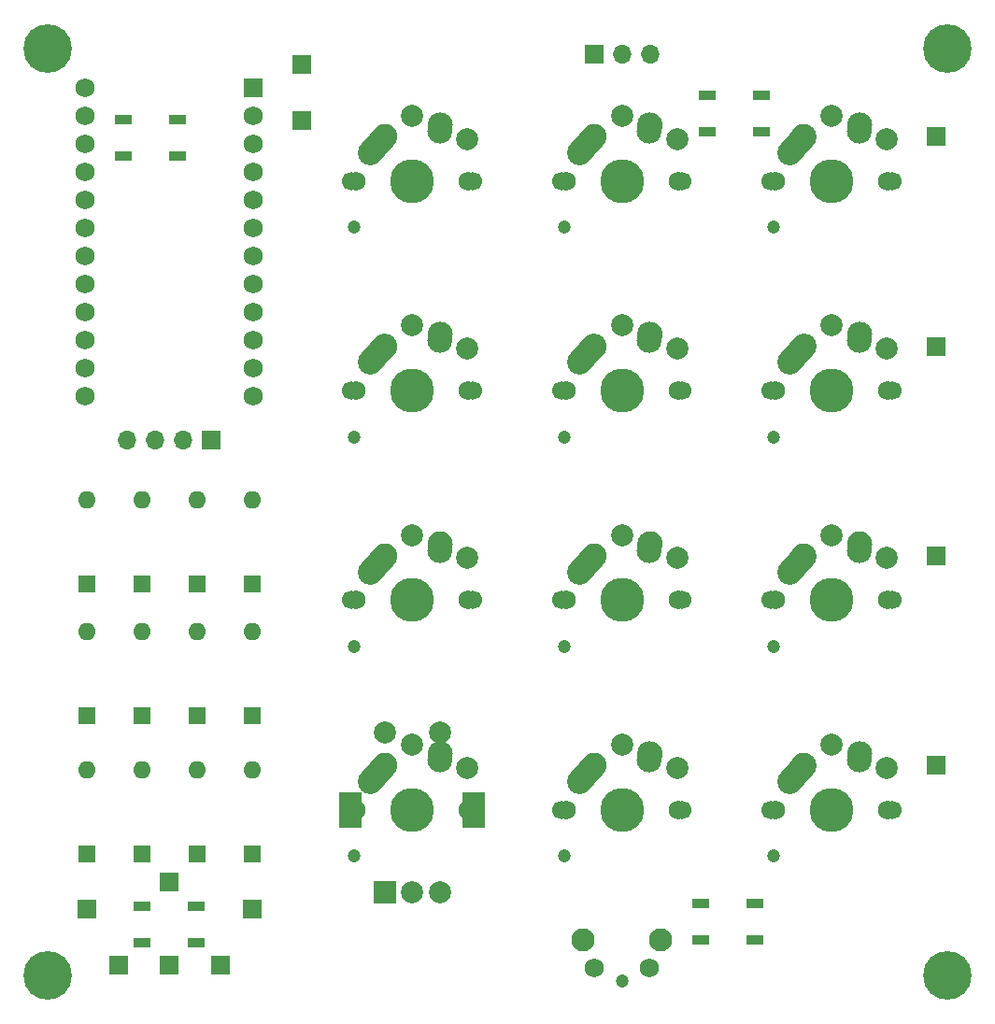
<source format=gbr>
%TF.GenerationSoftware,KiCad,Pcbnew,(6.0.9-0)*%
%TF.CreationDate,2022-12-20T14:07:05+00:00*%
%TF.ProjectId,fauxmac-plus,66617578-6d61-4632-9d70-6c75732e6b69,rev?*%
%TF.SameCoordinates,Original*%
%TF.FileFunction,Soldermask,Bot*%
%TF.FilePolarity,Negative*%
%FSLAX46Y46*%
G04 Gerber Fmt 4.6, Leading zero omitted, Abs format (unit mm)*
G04 Created by KiCad (PCBNEW (6.0.9-0)) date 2022-12-20 14:07:05*
%MOMM*%
%LPD*%
G01*
G04 APERTURE LIST*
G04 Aperture macros list*
%AMHorizOval*
0 Thick line with rounded ends*
0 $1 width*
0 $2 $3 position (X,Y) of the first rounded end (center of the circle)*
0 $4 $5 position (X,Y) of the second rounded end (center of the circle)*
0 Add line between two ends*
20,1,$1,$2,$3,$4,$5,0*
0 Add two circle primitives to create the rounded ends*
1,1,$1,$2,$3*
1,1,$1,$4,$5*%
G04 Aperture macros list end*
%ADD10R,1.700000X1.700000*%
%ADD11O,1.700000X1.700000*%
%ADD12R,2.000000X3.200000*%
%ADD13R,2.000000X2.000000*%
%ADD14C,2.000000*%
%ADD15C,1.200000*%
%ADD16C,2.100000*%
%ADD17C,1.750000*%
%ADD18R,1.752600X1.752600*%
%ADD19C,1.752600*%
%ADD20R,1.500000X0.900000*%
%ADD21R,1.600000X1.600000*%
%ADD22O,1.600000X1.600000*%
%ADD23C,3.987800*%
%ADD24C,1.700000*%
%ADD25C,2.250000*%
%ADD26HorizOval,2.250000X0.019771X0.290016X-0.019771X-0.290016X0*%
%ADD27HorizOval,2.250000X0.654995X0.730004X-0.654995X-0.730004X0*%
%ADD28C,0.700000*%
%ADD29C,4.400000*%
G04 APERTURE END LIST*
D10*
%TO.C,on/off*%
X176000000Y-29000000D03*
D11*
X178540000Y-29000000D03*
X181080000Y-29000000D03*
%TD*%
D10*
%TO.C,batt+*%
X149500000Y-30000000D03*
%TD*%
%TO.C,batt-*%
X149500000Y-35000000D03*
%TD*%
%TO.C,row3*%
X207000000Y-93500000D03*
%TD*%
%TO.C,row2*%
X207000000Y-74500000D03*
%TD*%
%TO.C,row1*%
X207000000Y-55500000D03*
%TD*%
D12*
%TO.C,enc1*%
X153900000Y-97500000D03*
X165100000Y-97500000D03*
D13*
X157000000Y-105000000D03*
D14*
X162000000Y-105000000D03*
X159500000Y-105000000D03*
X162000000Y-90500000D03*
X157000000Y-90500000D03*
%TD*%
D15*
%TO.C,reset*%
X178500000Y-113000000D03*
D16*
X174990000Y-109300000D03*
X182000000Y-109300000D03*
D17*
X181000000Y-111790000D03*
X176000000Y-111790000D03*
%TD*%
D10*
%TO.C,gnd*%
X142100000Y-111600000D03*
%TD*%
%TO.C,dout*%
X137500000Y-111600000D03*
%TD*%
%TO.C,vcc*%
X132900000Y-111600000D03*
%TD*%
%TO.C,col0*%
X130000000Y-106500000D03*
%TD*%
%TO.C,col1*%
X137500000Y-104000000D03*
%TD*%
%TO.C,col2*%
X145000000Y-106500000D03*
%TD*%
%TO.C,J1*%
X141300000Y-64000000D03*
D11*
X138760000Y-64000000D03*
X136220000Y-64000000D03*
X133680000Y-64000000D03*
%TD*%
D10*
%TO.C,row0*%
X207000000Y-36500000D03*
%TD*%
D18*
%TO.C,U1*%
X145120000Y-32054000D03*
D19*
X145120000Y-34594000D03*
X145120000Y-37134000D03*
X145120000Y-39674000D03*
X145120000Y-42214000D03*
X145120000Y-44754000D03*
X145120000Y-47294000D03*
X145120000Y-49834000D03*
X145120000Y-52374000D03*
X145120000Y-54914000D03*
X145120000Y-57454000D03*
X145120000Y-59994000D03*
X129880000Y-32054000D03*
X129880000Y-34594000D03*
X129880000Y-37134000D03*
X129880000Y-39674000D03*
X129880000Y-42214000D03*
X129880000Y-44754000D03*
X129880000Y-47294000D03*
X129880000Y-49834000D03*
X129880000Y-52374000D03*
X129880000Y-54914000D03*
X129880000Y-57454000D03*
X129880000Y-59994000D03*
%TD*%
D20*
%TO.C,rgb1*%
X133350000Y-38250000D03*
X133350000Y-34950000D03*
X138250000Y-34950000D03*
X138250000Y-38250000D03*
%TD*%
D21*
%TO.C,D2*%
X135000000Y-77000000D03*
D22*
X135000000Y-69380000D03*
%TD*%
D21*
%TO.C,D4*%
X145000000Y-77000000D03*
D22*
X145000000Y-69380000D03*
%TD*%
D21*
%TO.C,D11*%
X140000000Y-101500000D03*
D22*
X140000000Y-93880000D03*
%TD*%
D21*
%TO.C,D7*%
X140000000Y-89000000D03*
D22*
X140000000Y-81380000D03*
%TD*%
D21*
%TO.C,D9*%
X130000000Y-101500000D03*
D22*
X130000000Y-93880000D03*
%TD*%
D21*
%TO.C,D10*%
X135000000Y-101500000D03*
D22*
X135000000Y-93880000D03*
%TD*%
D21*
%TO.C,D1*%
X130000000Y-77000000D03*
D22*
X130000000Y-69380000D03*
%TD*%
D21*
%TO.C,D3*%
X140000000Y-77000000D03*
D22*
X140000000Y-69380000D03*
%TD*%
D21*
%TO.C,D12*%
X145000000Y-101500000D03*
D22*
X145000000Y-93880000D03*
%TD*%
D21*
%TO.C,D8*%
X145000000Y-89000000D03*
D22*
X145000000Y-81380000D03*
%TD*%
D21*
%TO.C,D5*%
X130000000Y-89000000D03*
D22*
X130000000Y-81380000D03*
%TD*%
D21*
%TO.C,D6*%
X135000000Y-89000000D03*
D22*
X135000000Y-81380000D03*
%TD*%
D20*
%TO.C,rgb4*%
X135050000Y-109550000D03*
X135050000Y-106250000D03*
X139950000Y-106250000D03*
X139950000Y-109550000D03*
%TD*%
%TO.C,rgb3*%
X185650000Y-109250000D03*
X185650000Y-105950000D03*
X190550000Y-105950000D03*
X190550000Y-109250000D03*
%TD*%
D23*
%TO.C,K4*%
X159500000Y-59500000D03*
D17*
X164580000Y-59500000D03*
D24*
X154000000Y-59500000D03*
X165000000Y-59500000D03*
D17*
X154420000Y-59500000D03*
D15*
X154280000Y-63700000D03*
D25*
X162040000Y-54420000D03*
D14*
X164500000Y-55700000D03*
D26*
X162019771Y-54709984D03*
D25*
X157000000Y-55500000D03*
D14*
X159500000Y-53600000D03*
D27*
X156344995Y-56229996D03*
%TD*%
D17*
%TO.C,K5*%
X173420000Y-59500000D03*
D23*
X178500000Y-59500000D03*
D15*
X173280000Y-63700000D03*
D17*
X183580000Y-59500000D03*
D24*
X184000000Y-59500000D03*
X173000000Y-59500000D03*
D25*
X181040000Y-54420000D03*
D14*
X183500000Y-55700000D03*
D26*
X181019771Y-54709984D03*
D14*
X178500000Y-53600000D03*
D25*
X176000000Y-55500000D03*
D27*
X175344995Y-56229996D03*
%TD*%
D17*
%TO.C,K7*%
X164580000Y-78500000D03*
D23*
X159500000Y-78500000D03*
D24*
X154000000Y-78500000D03*
D15*
X154280000Y-82700000D03*
D17*
X154420000Y-78500000D03*
D24*
X165000000Y-78500000D03*
D26*
X162019771Y-73709984D03*
D25*
X162040000Y-73420000D03*
D14*
X164500000Y-74700000D03*
D25*
X157000000Y-74500000D03*
D14*
X159500000Y-72600000D03*
D27*
X156344995Y-75229996D03*
%TD*%
D15*
%TO.C,K8*%
X173280000Y-82700000D03*
D24*
X173000000Y-78500000D03*
X184000000Y-78500000D03*
D17*
X183580000Y-78500000D03*
X173420000Y-78500000D03*
D23*
X178500000Y-78500000D03*
D26*
X181019771Y-73709984D03*
D14*
X183500000Y-74700000D03*
D25*
X181040000Y-73420000D03*
X176000000Y-74500000D03*
D14*
X178500000Y-72600000D03*
D27*
X175344995Y-75229996D03*
%TD*%
D17*
%TO.C,K2*%
X183580000Y-40500000D03*
D24*
X173000000Y-40500000D03*
D23*
X178500000Y-40500000D03*
D15*
X173280000Y-44700000D03*
D17*
X173420000Y-40500000D03*
D24*
X184000000Y-40500000D03*
D26*
X181019771Y-35709984D03*
D14*
X183500000Y-36700000D03*
D25*
X181040000Y-35420000D03*
X176000000Y-36500000D03*
D14*
X178500000Y-34600000D03*
D27*
X175344995Y-37229996D03*
%TD*%
D15*
%TO.C,K10*%
X154280000Y-101700000D03*
D24*
X165000000Y-97500000D03*
D17*
X164580000Y-97500000D03*
D24*
X154000000Y-97500000D03*
D23*
X159500000Y-97500000D03*
D17*
X154420000Y-97500000D03*
D14*
X164500000Y-93700000D03*
D25*
X162040000Y-92420000D03*
D26*
X162019771Y-92709984D03*
D27*
X156344995Y-94229996D03*
D14*
X159500000Y-91600000D03*
D25*
X157000000Y-93500000D03*
%TD*%
D23*
%TO.C,K11*%
X178500000Y-97500000D03*
D17*
X183580000Y-97500000D03*
X173420000Y-97500000D03*
D24*
X184000000Y-97500000D03*
D15*
X173280000Y-101700000D03*
D24*
X173000000Y-97500000D03*
D26*
X181019771Y-92709984D03*
D14*
X183500000Y-93700000D03*
D25*
X181040000Y-92420000D03*
X176000000Y-93500000D03*
D27*
X175344995Y-94229996D03*
D14*
X178500000Y-91600000D03*
%TD*%
D27*
%TO.C,K1*%
X156344995Y-37229996D03*
D14*
X159500000Y-34600000D03*
D25*
X157000000Y-36500000D03*
D26*
X162019771Y-35709984D03*
D25*
X162040000Y-35420000D03*
D14*
X164500000Y-36700000D03*
D17*
X154420000Y-40500000D03*
D15*
X154280000Y-44700000D03*
D23*
X159500000Y-40500000D03*
D24*
X165000000Y-40500000D03*
D17*
X164580000Y-40500000D03*
D24*
X154000000Y-40500000D03*
%TD*%
D20*
%TO.C,rgb2*%
X186250000Y-36050000D03*
X186250000Y-32750000D03*
X191150000Y-32750000D03*
X191150000Y-36050000D03*
%TD*%
D15*
%TO.C,K12*%
X192280000Y-101700000D03*
D17*
X202580000Y-97500000D03*
D24*
X192000000Y-97500000D03*
X203000000Y-97500000D03*
D23*
X197500000Y-97500000D03*
D17*
X192420000Y-97500000D03*
D14*
X202500000Y-93700000D03*
D25*
X200040000Y-92420000D03*
D26*
X200019771Y-92709984D03*
D25*
X195000000Y-93500000D03*
D27*
X194344995Y-94229996D03*
D14*
X197500000Y-91600000D03*
%TD*%
D17*
%TO.C,K9*%
X192420000Y-78500000D03*
D24*
X192000000Y-78500000D03*
D17*
X202580000Y-78500000D03*
D15*
X192280000Y-82700000D03*
D24*
X203000000Y-78500000D03*
D23*
X197500000Y-78500000D03*
D26*
X200019771Y-73709984D03*
D14*
X202500000Y-74700000D03*
D25*
X200040000Y-73420000D03*
D27*
X194344995Y-75229996D03*
D25*
X195000000Y-74500000D03*
D14*
X197500000Y-72600000D03*
%TD*%
D24*
%TO.C,K6*%
X203000000Y-59500000D03*
D15*
X192280000Y-63700000D03*
D17*
X192420000Y-59500000D03*
D24*
X192000000Y-59500000D03*
D17*
X202580000Y-59500000D03*
D23*
X197500000Y-59500000D03*
D14*
X202500000Y-55700000D03*
D26*
X200019771Y-54709984D03*
D25*
X200040000Y-54420000D03*
D27*
X194344995Y-56229996D03*
D25*
X195000000Y-55500000D03*
D14*
X197500000Y-53600000D03*
%TD*%
D15*
%TO.C,K3*%
X192280000Y-44700000D03*
D24*
X203000000Y-40500000D03*
D17*
X192420000Y-40500000D03*
D24*
X192000000Y-40500000D03*
D23*
X197500000Y-40500000D03*
D17*
X202580000Y-40500000D03*
D26*
X200019771Y-35709984D03*
D14*
X202500000Y-36700000D03*
D25*
X200040000Y-35420000D03*
D27*
X194344995Y-37229996D03*
D14*
X197500000Y-34600000D03*
D25*
X195000000Y-36500000D03*
%TD*%
D28*
%TO.C,H1*%
X127666726Y-29666726D03*
X126500000Y-30150000D03*
X124850000Y-28500000D03*
X128150000Y-28500000D03*
X127666726Y-27333274D03*
X125333274Y-27333274D03*
X125333274Y-29666726D03*
D29*
X126500000Y-28500000D03*
D28*
X126500000Y-26850000D03*
%TD*%
D29*
%TO.C,H2*%
X208000000Y-28500000D03*
D28*
X206833274Y-29666726D03*
X206350000Y-28500000D03*
X209650000Y-28500000D03*
X209166726Y-27333274D03*
X209166726Y-29666726D03*
X208000000Y-30150000D03*
X206833274Y-27333274D03*
X208000000Y-26850000D03*
%TD*%
%TO.C,H3*%
X206350000Y-112500000D03*
X209166726Y-111333274D03*
X209166726Y-113666726D03*
X208000000Y-114150000D03*
X209650000Y-112500000D03*
D29*
X208000000Y-112500000D03*
D28*
X206833274Y-111333274D03*
X208000000Y-110850000D03*
X206833274Y-113666726D03*
%TD*%
%TO.C,H4*%
X125333274Y-113666726D03*
X126500000Y-114150000D03*
X124850000Y-112500000D03*
X125333274Y-111333274D03*
D29*
X126500000Y-112500000D03*
D28*
X128150000Y-112500000D03*
X127666726Y-113666726D03*
X127666726Y-111333274D03*
X126500000Y-110850000D03*
%TD*%
M02*

</source>
